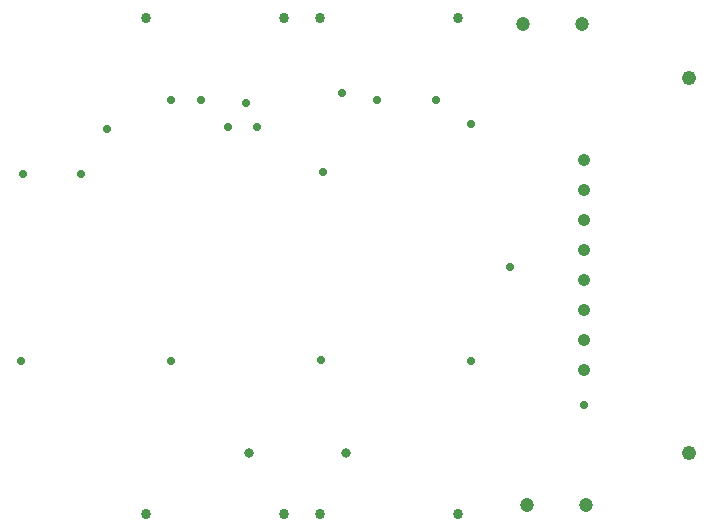
<source format=gbr>
%TF.GenerationSoftware,Altium Limited,Altium Designer,23.0.1 (38)*%
G04 Layer_Color=0*
%FSLAX45Y45*%
%MOMM*%
%TF.SameCoordinates,E21AF8FC-8B61-408E-9598-FC2968858709*%
%TF.FilePolarity,Positive*%
%TF.FileFunction,Plated,1,2,PTH,Drill*%
%TF.Part,Single*%
G01*
G75*
%TA.AperFunction,ComponentDrill*%
%ADD45C,0.80000*%
%ADD46C,0.86360*%
%ADD47C,1.20000*%
%ADD48C,1.07000*%
%ADD49C,1.21920*%
%ADD50C,0.70000*%
%TA.AperFunction,ViaDrill,NotFilled*%
%ADD51C,0.71120*%
D45*
X6125000Y5981700D02*
D03*
X5305000D02*
D03*
D46*
X7073900Y9664700D02*
D03*
X5905500D02*
D03*
X5600700D02*
D03*
X4432300D02*
D03*
X5600700Y5461000D02*
D03*
X4432300D02*
D03*
X7073900D02*
D03*
X5905500D02*
D03*
D47*
X8158100Y5537200D02*
D03*
X7658100D02*
D03*
X7624000Y9613900D02*
D03*
X8124000D02*
D03*
D48*
X8140700Y7442200D02*
D03*
Y6680200D02*
D03*
Y7188200D02*
D03*
Y6934200D02*
D03*
Y8458200D02*
D03*
Y7696200D02*
D03*
Y8204200D02*
D03*
Y7950200D02*
D03*
D49*
X9029700Y9156700D02*
D03*
Y5981700D02*
D03*
D50*
X4650200Y8966200D02*
D03*
X4900200D02*
D03*
X6392100D02*
D03*
X6892100D02*
D03*
D51*
X8140700Y6388100D02*
D03*
X5930900Y8356600D02*
D03*
X4648200Y6756400D02*
D03*
X6096000Y9029700D02*
D03*
X5918200Y6769100D02*
D03*
X4102100Y8724900D02*
D03*
X3886200Y8343900D02*
D03*
X5130800Y8737600D02*
D03*
X5372100D02*
D03*
X7188200Y6756400D02*
D03*
X7518400Y7556500D02*
D03*
X3378200Y6756400D02*
D03*
X7188200Y8763000D02*
D03*
X3390900Y8343900D02*
D03*
X5283200Y8940800D02*
D03*
%TF.MD5,5f5627fe0869314198958ab0b37e2ea7*%
M02*

</source>
